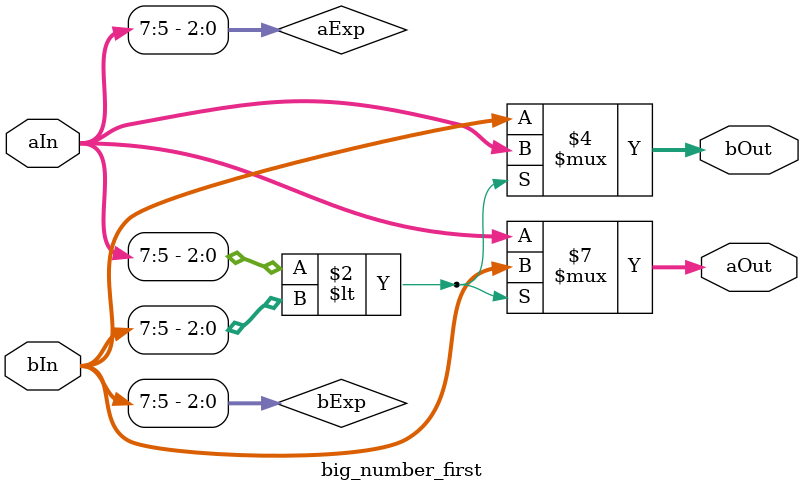
<source format=v>
module big_number_first (
input wire [7:0] aIn,
input wire [7:0] bIn,
output reg [7:0] aOut,
output reg [7:0] bOut
);

wire [2:0] aExp = aIn[7:5];
wire [2:0] bExp = bIn[7:5];

always @(*) begin
    if ( aExp < bExp ) begin
        aOut = bIn;
        bOut = aIn;
    end else begin
        aOut = aIn;
        bOut = bIn;
    end
end


endmodule
</source>
